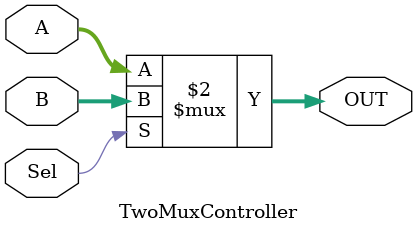
<source format=v>
module TwoMuxController(A,B,Sel,OUT);
input [3:0]A, B;
input Sel;
output [3:0]OUT;
assign OUT = !Sel ? A : B;
endmodule

</source>
